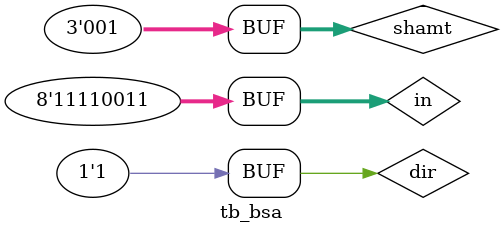
<source format=v>
`timescale 1ns / 1ps

module tb_bsa;
    reg [7:0] in=8'b00000000;
    reg [2:0] shamt=3'b000;
    reg dir=1'b1;
    wire [7:0] out;

    Bidirectional_Barrel_Shifter uut(.in(in),.shamt(shamt),.dir(dir),.out(out));    

    initial begin
        #4;
        in=8'b11110011;
        shamt=3'b001;

    end
endmodule
</source>
